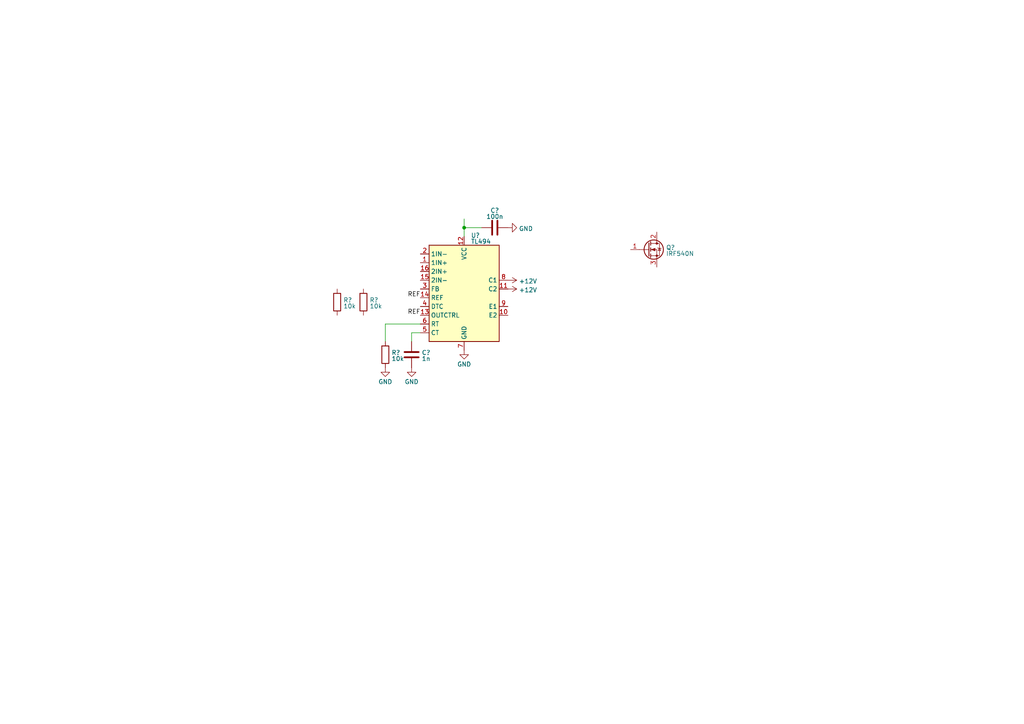
<source format=kicad_sch>
(kicad_sch (version 20220126) (generator eeschema)
  (paper "A4")
  (lib_symbols
    (symbol "Device:C" (pin_numbers hide) (pin_names (offset 0.254))
      (property "Reference" "C" (at 0.635 2.54 0))
      (property "Value" "C" (at 0.635 -2.54 0))
      (symbol "C_0_1"
        (polyline (pts (xy -2.032 -0.762) (xy 2.032 -0.762)) (stroke (width 0.508)))
        (polyline (pts (xy -2.032 0.762) (xy 2.032 0.762)) (stroke (width 0.508)))
      )
      (symbol "C_1_1"
        (pin passive line (at 0 3.81 270) (length 2.794) (name "~") (number "1"))
        (pin passive line (at 0 -3.81 90) (length 2.794) (name "~") (number "2"))
      )
    )
    (symbol "Device:R" (pin_numbers hide) (pin_names (offset 0))
      (property "Reference" "R" (at 2.032 0 90))
      (property "Value" "R" (at 0 0 90))
      (symbol "R_0_1"
        (rectangle (start -1.016 -2.54) (end 1.016 2.54) (stroke (width 0.254)))
      )
      (symbol "R_1_1"
        (pin passive line (at 0 3.81 270) (length 1.27) (name "~") (number "1"))
        (pin passive line (at 0 -3.81 90) (length 1.27) (name "~") (number "2"))
      )
    )
    (symbol "Regulator_Controller:TL494"
      (property "Reference" "U" (at 3.81 19.05 0))
      (property "Value" "TL494" (at 3.81 16.51 0))
      (symbol "TL494_0_1"
        (rectangle (start -10.16 -12.7) (end 10.16 15.24) (stroke (width 0.254)) (fill (type background)))
      )
      (symbol "TL494_1_1"
        (pin input line (at -12.7 10.16 0) (length 2.54) (name "1IN+") (number "1"))
        (pin passive line (at 12.7 -5.08 180) (length 2.54) (name "E2") (number "10"))
        (pin passive line (at 12.7 2.54 180) (length 2.54) (name "C2") (number "11"))
        (pin power_in line (at 0 17.78 270) (length 2.54) (name "VCC") (number "12"))
        (pin input line (at -12.7 -5.08 0) (length 2.54) (name "OUTCTRL") (number "13"))
        (pin power_out line (at -12.7 0 0) (length 2.54) (name "REF") (number "14"))
        (pin input line (at -12.7 5.08 0) (length 2.54) (name "2IN-") (number "15"))
        (pin input line (at -12.7 7.62 0) (length 2.54) (name "2IN+") (number "16"))
        (pin input line (at -12.7 12.7 0) (length 2.54) (name "1IN-") (number "2"))
        (pin output line (at -12.7 2.54 0) (length 2.54) (name "FB") (number "3"))
        (pin input line (at -12.7 -2.54 0) (length 2.54) (name "DTC") (number "4"))
        (pin passive line (at -12.7 -10.16 0) (length 2.54) (name "CT") (number "5"))
        (pin passive line (at -12.7 -7.62 0) (length 2.54) (name "RT") (number "6"))
        (pin power_in line (at 0 -15.24 90) (length 2.54) (name "GND") (number "7"))
        (pin passive line (at 12.7 5.08 180) (length 2.54) (name "C1") (number "8"))
        (pin passive line (at 12.7 -2.54 180) (length 2.54) (name "E1") (number "9"))
      )
    )
    (symbol "Transistor_FET:IRF540N" (pin_names hide)
      (property "Reference" "Q" (at 6.35 1.905 0))
      (property "Value" "IRF540N" (at 6.35 0 0))
      (symbol "IRF540N_0_1"
        (polyline (pts (xy 0.254 0) (xy -2.54 0)))
        (polyline (pts (xy 0.254 1.905) (xy 0.254 -1.905)) (stroke (width 0.254)))
        (polyline (pts (xy 0.762 -1.27) (xy 0.762 -2.286)) (stroke (width 0.254)))
        (polyline (pts (xy 0.762 0.508) (xy 0.762 -0.508)) (stroke (width 0.254)))
        (polyline (pts (xy 0.762 2.286) (xy 0.762 1.27)) (stroke (width 0.254)))
        (polyline (pts (xy 2.54 2.54) (xy 2.54 1.778)))
        (polyline (pts (xy 2.54 -2.54) (xy 2.54 0) (xy 0.762 0)))
        (polyline (pts (xy 0.762 -1.778) (xy 3.302 -1.778) (xy 3.302 1.778) (xy 0.762 1.778)))
        (polyline (pts (xy 1.016 0) (xy 2.032 0.381) (xy 2.032 -0.381) (xy 1.016 0)) (fill (type outline)))
        (polyline (pts (xy 2.794 0.508) (xy 2.921 0.381) (xy 3.683 0.381) (xy 3.81 0.254)))
        (polyline (pts (xy 3.302 0.381) (xy 2.921 -0.254) (xy 3.683 -0.254) (xy 3.302 0.381)))
        (circle (center 1.651 0) (radius 2.794) (stroke (width 0.254)))
        (circle (center 2.54 -1.778) (radius 0.254) (fill (type outline)))
        (circle (center 2.54 1.778) (radius 0.254) (fill (type outline)))
      )
      (symbol "IRF540N_1_1"
        (pin input line (at -5.08 0 0) (length 2.54) (name "G") (number "1"))
        (pin passive line (at 2.54 5.08 270) (length 2.54) (name "D") (number "2"))
        (pin passive line (at 2.54 -5.08 90) (length 2.54) (name "S") (number "3"))
      )
    )
    (symbol "power:+12V" (power) (pin_names (offset 0))
      (property "Value" "+12V" (at 0 3.556 0))
      (symbol "+12V_0_1"
        (polyline (pts (xy -0.762 1.27) (xy 0 2.54)))
        (polyline (pts (xy 0 0) (xy 0 2.54)))
        (polyline (pts (xy 0 2.54) (xy 0.762 1.27)))
      )
      (symbol "+12V_1_1"
        (pin power_in line (at 0 0 90) (length 0) hide (name "+12V") (number "1"))
      )
    )
    (symbol "power:GND" (power) (pin_names (offset 0))
      (property "Value" "GND" (at 0 -3.81 0))
      (symbol "GND_0_1"
        (polyline (pts (xy 0 0) (xy 0 -1.27) (xy 1.27 -1.27) (xy 0 -2.54) (xy -1.27 -1.27) (xy 0 -1.27)))
      )
      (symbol "GND_1_1"
        (pin power_in line (at 0 0 270) (length 0) hide (name "GND") (number "1"))
      )
    )
  )
  (junction (at 134.62 66.04))
  (wire (pts (xy 121.92 96.52) (xy 119.38 96.52)))
  (wire (pts (xy 111.76 93.98) (xy 111.76 99.06)))
  (wire (pts (xy 121.92 93.98) (xy 111.76 93.98)))
  (wire (pts (xy 134.62 63.5) (xy 134.62 66.04)))
  (wire (pts (xy 134.62 66.04) (xy 134.62 68.58)))
  (wire (pts (xy 134.62 66.04) (xy 139.7 66.04)))
  (wire (pts (xy 119.38 96.52) (xy 119.38 99.06)))
  (label "REF" (at 121.92 86.36 0))
  (label "REF" (at 121.92 91.44 0))
  (symbol (lib_id "power:+12V") (at 147.32 83.82 270) (unit 1)
    (property "Reference" "#PWR?" (effects hide))
    (property "Value" "+12V" (at 150.495 84.1066 90) (effects (justify left)))
  )
  (symbol (lib_id "power:GND") (at 134.62 101.6 0) (unit 1)
    (property "Reference" "#PWR?" (effects hide))
    (property "Value" "GND" (at 134.62 105.6561 0))
  )
  (symbol (lib_id "Device:R") (at 111.76 102.87 180) (unit 1)
    (property "Reference" "R?" (at 113.538 102.2755 0) (effects (justify right)))
    (property "Value" "10k" (at 113.538 104.0377 0) (effects (justify right)))
  )
  (symbol (lib_id "Regulator_Controller:TL494") (at 134.62 86.36 0) (unit 1)
    (property "Reference" "U?" (at 136.5759 68.2879 0) (effects (justify left)))
    (property "Value" "TL494" (at 136.5759 70.0501 0) (effects (justify left)))
    (property "Datasheet" "http://www.ti.com/lit/ds/symlink/tl494.pdf" (effects hide))
  )
  (symbol (lib_id "power:GND") (at 119.38 106.68 0) (unit 1)
    (property "Reference" "#PWR?" (effects hide))
    (property "Value" "GND" (at 119.38 110.7361 0))
  )
  (symbol (lib_id "Device:R") (at 97.79 87.63 180) (unit 1)
    (property "Reference" "R?" (at 99.568 87.0355 0) (effects (justify right)))
    (property "Value" "10k" (at 99.568 88.7977 0) (effects (justify right)))
  )
  (symbol (lib_id "power:GND") (at 111.76 106.68 0) (unit 1)
    (property "Reference" "#PWR?" (effects hide))
    (property "Value" "GND" (at 111.76 110.7361 0))
  )
  (symbol (lib_id "Device:C") (at 143.51 66.04 90) (unit 1)
    (property "Reference" "C?" (at 143.51 61.0489 90))
    (property "Value" "100n" (at 143.51 62.8111 90))
  )
  (symbol (lib_id "Transistor_FET:IRF540N") (at 187.96 72.39 0) (unit 1)
    (property "Reference" "Q?" (at 193.167 71.7955 0) (effects (justify left)))
    (property "Value" "IRF540N" (at 193.167 73.5577 0) (effects (justify left)))
    (property "Footprint" "Package_TO_SOT_THT:TO-220-3_Vertical" (effects hide))
    (property "Datasheet" "http://www.irf.com/product-info/datasheets/data/irf540n.pdf" (effects hide))
  )
  (symbol (lib_id "Device:C") (at 119.38 102.87 180) (unit 1)
    (property "Reference" "C?" (at 122.301 102.2755 0) (effects (justify right)))
    (property "Value" "1n" (at 122.301 104.0377 0) (effects (justify right)))
  )
  (symbol (lib_id "power:+12V") (at 147.32 81.28 270) (unit 1)
    (property "Reference" "#PWR?" (effects hide))
    (property "Value" "+12V" (at 150.495 81.5666 90) (effects (justify left)))
  )
  (symbol (lib_id "power:GND") (at 147.32 66.04 90) (unit 1)
    (property "Reference" "#PWR?" (effects hide))
    (property "Value" "GND" (at 150.495 66.3266 90) (effects (justify right)))
  )
  (symbol (lib_id "Device:R") (at 105.41 87.63 180) (unit 1)
    (property "Reference" "R?" (at 107.188 87.0355 0) (effects (justify right)))
    (property "Value" "10k" (at 107.188 88.7977 0) (effects (justify right)))
  )
)
</source>
